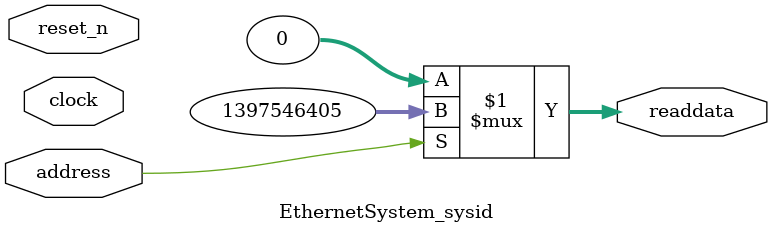
<source format=v>

`timescale 1ns / 1ps
// synthesis translate_on

// turn off superfluous verilog processor warnings 
// altera message_level Level1 
// altera message_off 10034 10035 10036 10037 10230 10240 10030 

module EthernetSystem_sysid (
               // inputs:
                address,
                clock,
                reset_n,

               // outputs:
                readdata
             )
;

  output  [ 31: 0] readdata;
  input            address;
  input            clock;
  input            reset_n;

  wire    [ 31: 0] readdata;
  //control_slave, which is an e_avalon_slave
  assign readdata = address ? 1397546405 : 0;

endmodule




</source>
